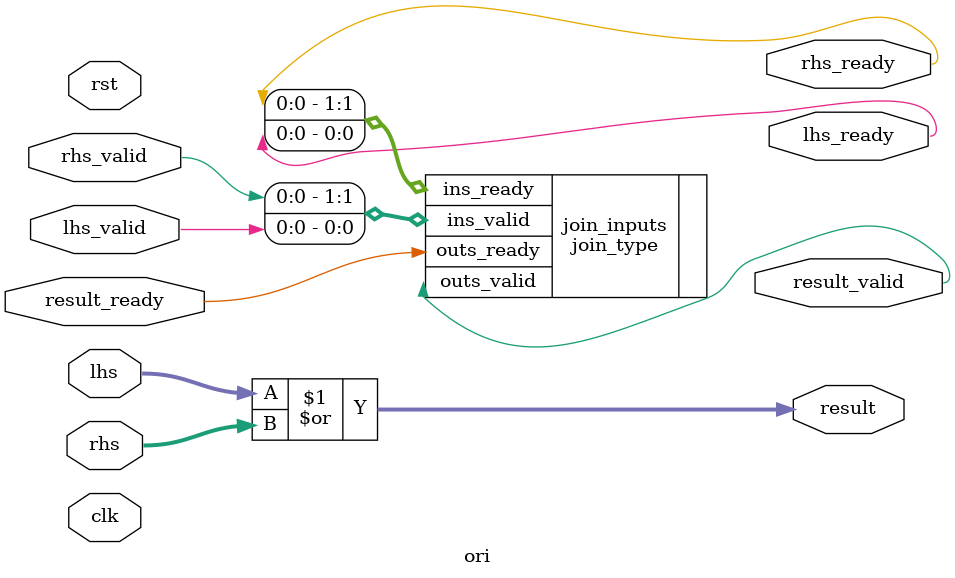
<source format=v>
`timescale 1ns/1ps
module ori #(
  parameter DATA_TYPE = 32
)(
  // inputs
  input  clk,
  input  rst,
  input  [DATA_TYPE - 1 : 0] lhs,
  input  lhs_valid,
  input  [DATA_TYPE - 1 : 0] rhs,
  input  rhs_valid,
  input  result_ready,
  // outputs
  output [DATA_TYPE - 1 : 0] result,
  output result_valid,
  output lhs_ready,
  output rhs_ready
);

  // Instantiate the join node
  join_type #(
    .SIZE(2)
  ) join_inputs (
    .ins_valid  ({rhs_valid, lhs_valid}),
    .outs_ready (result_ready             ),
    .ins_ready  ({rhs_ready, lhs_ready}  ),
    .outs_valid (result_valid             )
  );

  assign result = lhs | rhs;

endmodule

</source>
